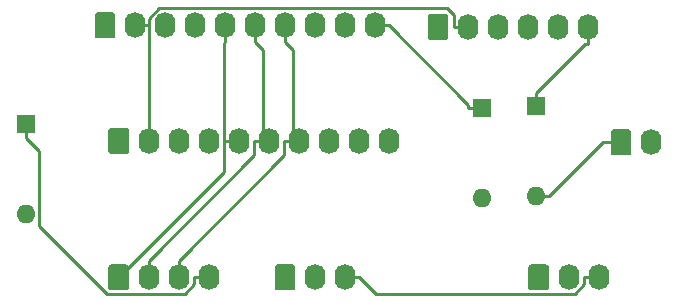
<source format=gbr>
G04 #@! TF.GenerationSoftware,KiCad,Pcbnew,(5.1.5-0-10_14)*
G04 #@! TF.CreationDate,2021-04-18T15:00:39+10:00*
G04 #@! TF.ProjectId,OH - Right Console - 6 - KY-58 Control,4f48202d-2052-4696-9768-7420436f6e73,rev?*
G04 #@! TF.SameCoordinates,Original*
G04 #@! TF.FileFunction,Copper,L2,Bot*
G04 #@! TF.FilePolarity,Positive*
%FSLAX46Y46*%
G04 Gerber Fmt 4.6, Leading zero omitted, Abs format (unit mm)*
G04 Created by KiCad (PCBNEW (5.1.5-0-10_14)) date 2021-04-18 15:00:39*
%MOMM*%
%LPD*%
G04 APERTURE LIST*
%ADD10O,1.740000X2.200000*%
%ADD11C,0.100000*%
%ADD12O,1.600000X1.600000*%
%ADD13R,1.600000X1.600000*%
%ADD14C,0.250000*%
G04 APERTURE END LIST*
D10*
X119253000Y-99060000D03*
X116713000Y-99060000D03*
X114173000Y-99060000D03*
X111633000Y-99060000D03*
X109093000Y-99060000D03*
X106553000Y-99060000D03*
X104013000Y-99060000D03*
X101473000Y-99060000D03*
X98933000Y-99060000D03*
G04 #@! TA.AperFunction,ComponentPad*
D11*
G36*
X97037505Y-97961204D02*
G01*
X97061773Y-97964804D01*
X97085572Y-97970765D01*
X97108671Y-97979030D01*
X97130850Y-97989520D01*
X97151893Y-98002132D01*
X97171599Y-98016747D01*
X97189777Y-98033223D01*
X97206253Y-98051401D01*
X97220868Y-98071107D01*
X97233480Y-98092150D01*
X97243970Y-98114329D01*
X97252235Y-98137428D01*
X97258196Y-98161227D01*
X97261796Y-98185495D01*
X97263000Y-98209999D01*
X97263000Y-99910001D01*
X97261796Y-99934505D01*
X97258196Y-99958773D01*
X97252235Y-99982572D01*
X97243970Y-100005671D01*
X97233480Y-100027850D01*
X97220868Y-100048893D01*
X97206253Y-100068599D01*
X97189777Y-100086777D01*
X97171599Y-100103253D01*
X97151893Y-100117868D01*
X97130850Y-100130480D01*
X97108671Y-100140970D01*
X97085572Y-100149235D01*
X97061773Y-100155196D01*
X97037505Y-100158796D01*
X97013001Y-100160000D01*
X95772999Y-100160000D01*
X95748495Y-100158796D01*
X95724227Y-100155196D01*
X95700428Y-100149235D01*
X95677329Y-100140970D01*
X95655150Y-100130480D01*
X95634107Y-100117868D01*
X95614401Y-100103253D01*
X95596223Y-100086777D01*
X95579747Y-100068599D01*
X95565132Y-100048893D01*
X95552520Y-100027850D01*
X95542030Y-100005671D01*
X95533765Y-99982572D01*
X95527804Y-99958773D01*
X95524204Y-99934505D01*
X95523000Y-99910001D01*
X95523000Y-98209999D01*
X95524204Y-98185495D01*
X95527804Y-98161227D01*
X95533765Y-98137428D01*
X95542030Y-98114329D01*
X95552520Y-98092150D01*
X95565132Y-98071107D01*
X95579747Y-98051401D01*
X95596223Y-98033223D01*
X95614401Y-98016747D01*
X95634107Y-98002132D01*
X95655150Y-97989520D01*
X95677329Y-97979030D01*
X95700428Y-97970765D01*
X95724227Y-97964804D01*
X95748495Y-97961204D01*
X95772999Y-97960000D01*
X97013001Y-97960000D01*
X97037505Y-97961204D01*
G37*
G04 #@! TD.AperFunction*
D10*
X105156000Y-120396000D03*
X102616000Y-120396000D03*
X100076000Y-120396000D03*
G04 #@! TA.AperFunction,ComponentPad*
D11*
G36*
X98180505Y-119297204D02*
G01*
X98204773Y-119300804D01*
X98228572Y-119306765D01*
X98251671Y-119315030D01*
X98273850Y-119325520D01*
X98294893Y-119338132D01*
X98314599Y-119352747D01*
X98332777Y-119369223D01*
X98349253Y-119387401D01*
X98363868Y-119407107D01*
X98376480Y-119428150D01*
X98386970Y-119450329D01*
X98395235Y-119473428D01*
X98401196Y-119497227D01*
X98404796Y-119521495D01*
X98406000Y-119545999D01*
X98406000Y-121246001D01*
X98404796Y-121270505D01*
X98401196Y-121294773D01*
X98395235Y-121318572D01*
X98386970Y-121341671D01*
X98376480Y-121363850D01*
X98363868Y-121384893D01*
X98349253Y-121404599D01*
X98332777Y-121422777D01*
X98314599Y-121439253D01*
X98294893Y-121453868D01*
X98273850Y-121466480D01*
X98251671Y-121476970D01*
X98228572Y-121485235D01*
X98204773Y-121491196D01*
X98180505Y-121494796D01*
X98156001Y-121496000D01*
X96915999Y-121496000D01*
X96891495Y-121494796D01*
X96867227Y-121491196D01*
X96843428Y-121485235D01*
X96820329Y-121476970D01*
X96798150Y-121466480D01*
X96777107Y-121453868D01*
X96757401Y-121439253D01*
X96739223Y-121422777D01*
X96722747Y-121404599D01*
X96708132Y-121384893D01*
X96695520Y-121363850D01*
X96685030Y-121341671D01*
X96676765Y-121318572D01*
X96670804Y-121294773D01*
X96667204Y-121270505D01*
X96666000Y-121246001D01*
X96666000Y-119545999D01*
X96667204Y-119521495D01*
X96670804Y-119497227D01*
X96676765Y-119473428D01*
X96685030Y-119450329D01*
X96695520Y-119428150D01*
X96708132Y-119407107D01*
X96722747Y-119387401D01*
X96739223Y-119369223D01*
X96757401Y-119352747D01*
X96777107Y-119338132D01*
X96798150Y-119325520D01*
X96820329Y-119315030D01*
X96843428Y-119306765D01*
X96867227Y-119300804D01*
X96891495Y-119297204D01*
X96915999Y-119296000D01*
X98156001Y-119296000D01*
X98180505Y-119297204D01*
G37*
G04 #@! TD.AperFunction*
D10*
X137287000Y-99187000D03*
X134747000Y-99187000D03*
X132207000Y-99187000D03*
X129667000Y-99187000D03*
X127127000Y-99187000D03*
G04 #@! TA.AperFunction,ComponentPad*
D11*
G36*
X125231505Y-98088204D02*
G01*
X125255773Y-98091804D01*
X125279572Y-98097765D01*
X125302671Y-98106030D01*
X125324850Y-98116520D01*
X125345893Y-98129132D01*
X125365599Y-98143747D01*
X125383777Y-98160223D01*
X125400253Y-98178401D01*
X125414868Y-98198107D01*
X125427480Y-98219150D01*
X125437970Y-98241329D01*
X125446235Y-98264428D01*
X125452196Y-98288227D01*
X125455796Y-98312495D01*
X125457000Y-98336999D01*
X125457000Y-100037001D01*
X125455796Y-100061505D01*
X125452196Y-100085773D01*
X125446235Y-100109572D01*
X125437970Y-100132671D01*
X125427480Y-100154850D01*
X125414868Y-100175893D01*
X125400253Y-100195599D01*
X125383777Y-100213777D01*
X125365599Y-100230253D01*
X125345893Y-100244868D01*
X125324850Y-100257480D01*
X125302671Y-100267970D01*
X125279572Y-100276235D01*
X125255773Y-100282196D01*
X125231505Y-100285796D01*
X125207001Y-100287000D01*
X123966999Y-100287000D01*
X123942495Y-100285796D01*
X123918227Y-100282196D01*
X123894428Y-100276235D01*
X123871329Y-100267970D01*
X123849150Y-100257480D01*
X123828107Y-100244868D01*
X123808401Y-100230253D01*
X123790223Y-100213777D01*
X123773747Y-100195599D01*
X123759132Y-100175893D01*
X123746520Y-100154850D01*
X123736030Y-100132671D01*
X123727765Y-100109572D01*
X123721804Y-100085773D01*
X123718204Y-100061505D01*
X123717000Y-100037001D01*
X123717000Y-98336999D01*
X123718204Y-98312495D01*
X123721804Y-98288227D01*
X123727765Y-98264428D01*
X123736030Y-98241329D01*
X123746520Y-98219150D01*
X123759132Y-98198107D01*
X123773747Y-98178401D01*
X123790223Y-98160223D01*
X123808401Y-98143747D01*
X123828107Y-98129132D01*
X123849150Y-98116520D01*
X123871329Y-98106030D01*
X123894428Y-98097765D01*
X123918227Y-98091804D01*
X123942495Y-98088204D01*
X123966999Y-98087000D01*
X125207001Y-98087000D01*
X125231505Y-98088204D01*
G37*
G04 #@! TD.AperFunction*
D10*
X138176000Y-120396000D03*
X135636000Y-120396000D03*
G04 #@! TA.AperFunction,ComponentPad*
D11*
G36*
X133740505Y-119297204D02*
G01*
X133764773Y-119300804D01*
X133788572Y-119306765D01*
X133811671Y-119315030D01*
X133833850Y-119325520D01*
X133854893Y-119338132D01*
X133874599Y-119352747D01*
X133892777Y-119369223D01*
X133909253Y-119387401D01*
X133923868Y-119407107D01*
X133936480Y-119428150D01*
X133946970Y-119450329D01*
X133955235Y-119473428D01*
X133961196Y-119497227D01*
X133964796Y-119521495D01*
X133966000Y-119545999D01*
X133966000Y-121246001D01*
X133964796Y-121270505D01*
X133961196Y-121294773D01*
X133955235Y-121318572D01*
X133946970Y-121341671D01*
X133936480Y-121363850D01*
X133923868Y-121384893D01*
X133909253Y-121404599D01*
X133892777Y-121422777D01*
X133874599Y-121439253D01*
X133854893Y-121453868D01*
X133833850Y-121466480D01*
X133811671Y-121476970D01*
X133788572Y-121485235D01*
X133764773Y-121491196D01*
X133740505Y-121494796D01*
X133716001Y-121496000D01*
X132475999Y-121496000D01*
X132451495Y-121494796D01*
X132427227Y-121491196D01*
X132403428Y-121485235D01*
X132380329Y-121476970D01*
X132358150Y-121466480D01*
X132337107Y-121453868D01*
X132317401Y-121439253D01*
X132299223Y-121422777D01*
X132282747Y-121404599D01*
X132268132Y-121384893D01*
X132255520Y-121363850D01*
X132245030Y-121341671D01*
X132236765Y-121318572D01*
X132230804Y-121294773D01*
X132227204Y-121270505D01*
X132226000Y-121246001D01*
X132226000Y-119545999D01*
X132227204Y-119521495D01*
X132230804Y-119497227D01*
X132236765Y-119473428D01*
X132245030Y-119450329D01*
X132255520Y-119428150D01*
X132268132Y-119407107D01*
X132282747Y-119387401D01*
X132299223Y-119369223D01*
X132317401Y-119352747D01*
X132337107Y-119338132D01*
X132358150Y-119325520D01*
X132380329Y-119315030D01*
X132403428Y-119306765D01*
X132427227Y-119300804D01*
X132451495Y-119297204D01*
X132475999Y-119296000D01*
X133716001Y-119296000D01*
X133740505Y-119297204D01*
G37*
G04 #@! TD.AperFunction*
D10*
X120396000Y-108839000D03*
X117856000Y-108839000D03*
X115316000Y-108839000D03*
X112776000Y-108839000D03*
X110236000Y-108839000D03*
X107696000Y-108839000D03*
X105156000Y-108839000D03*
X102616000Y-108839000D03*
X100076000Y-108839000D03*
G04 #@! TA.AperFunction,ComponentPad*
D11*
G36*
X98180505Y-107740204D02*
G01*
X98204773Y-107743804D01*
X98228572Y-107749765D01*
X98251671Y-107758030D01*
X98273850Y-107768520D01*
X98294893Y-107781132D01*
X98314599Y-107795747D01*
X98332777Y-107812223D01*
X98349253Y-107830401D01*
X98363868Y-107850107D01*
X98376480Y-107871150D01*
X98386970Y-107893329D01*
X98395235Y-107916428D01*
X98401196Y-107940227D01*
X98404796Y-107964495D01*
X98406000Y-107988999D01*
X98406000Y-109689001D01*
X98404796Y-109713505D01*
X98401196Y-109737773D01*
X98395235Y-109761572D01*
X98386970Y-109784671D01*
X98376480Y-109806850D01*
X98363868Y-109827893D01*
X98349253Y-109847599D01*
X98332777Y-109865777D01*
X98314599Y-109882253D01*
X98294893Y-109896868D01*
X98273850Y-109909480D01*
X98251671Y-109919970D01*
X98228572Y-109928235D01*
X98204773Y-109934196D01*
X98180505Y-109937796D01*
X98156001Y-109939000D01*
X96915999Y-109939000D01*
X96891495Y-109937796D01*
X96867227Y-109934196D01*
X96843428Y-109928235D01*
X96820329Y-109919970D01*
X96798150Y-109909480D01*
X96777107Y-109896868D01*
X96757401Y-109882253D01*
X96739223Y-109865777D01*
X96722747Y-109847599D01*
X96708132Y-109827893D01*
X96695520Y-109806850D01*
X96685030Y-109784671D01*
X96676765Y-109761572D01*
X96670804Y-109737773D01*
X96667204Y-109713505D01*
X96666000Y-109689001D01*
X96666000Y-107988999D01*
X96667204Y-107964495D01*
X96670804Y-107940227D01*
X96676765Y-107916428D01*
X96685030Y-107893329D01*
X96695520Y-107871150D01*
X96708132Y-107850107D01*
X96722747Y-107830401D01*
X96739223Y-107812223D01*
X96757401Y-107795747D01*
X96777107Y-107781132D01*
X96798150Y-107768520D01*
X96820329Y-107758030D01*
X96843428Y-107749765D01*
X96867227Y-107743804D01*
X96891495Y-107740204D01*
X96915999Y-107739000D01*
X98156001Y-107739000D01*
X98180505Y-107740204D01*
G37*
G04 #@! TD.AperFunction*
D10*
X116713000Y-120396000D03*
X114173000Y-120396000D03*
G04 #@! TA.AperFunction,ComponentPad*
D11*
G36*
X112277505Y-119297204D02*
G01*
X112301773Y-119300804D01*
X112325572Y-119306765D01*
X112348671Y-119315030D01*
X112370850Y-119325520D01*
X112391893Y-119338132D01*
X112411599Y-119352747D01*
X112429777Y-119369223D01*
X112446253Y-119387401D01*
X112460868Y-119407107D01*
X112473480Y-119428150D01*
X112483970Y-119450329D01*
X112492235Y-119473428D01*
X112498196Y-119497227D01*
X112501796Y-119521495D01*
X112503000Y-119545999D01*
X112503000Y-121246001D01*
X112501796Y-121270505D01*
X112498196Y-121294773D01*
X112492235Y-121318572D01*
X112483970Y-121341671D01*
X112473480Y-121363850D01*
X112460868Y-121384893D01*
X112446253Y-121404599D01*
X112429777Y-121422777D01*
X112411599Y-121439253D01*
X112391893Y-121453868D01*
X112370850Y-121466480D01*
X112348671Y-121476970D01*
X112325572Y-121485235D01*
X112301773Y-121491196D01*
X112277505Y-121494796D01*
X112253001Y-121496000D01*
X111012999Y-121496000D01*
X110988495Y-121494796D01*
X110964227Y-121491196D01*
X110940428Y-121485235D01*
X110917329Y-121476970D01*
X110895150Y-121466480D01*
X110874107Y-121453868D01*
X110854401Y-121439253D01*
X110836223Y-121422777D01*
X110819747Y-121404599D01*
X110805132Y-121384893D01*
X110792520Y-121363850D01*
X110782030Y-121341671D01*
X110773765Y-121318572D01*
X110767804Y-121294773D01*
X110764204Y-121270505D01*
X110763000Y-121246001D01*
X110763000Y-119545999D01*
X110764204Y-119521495D01*
X110767804Y-119497227D01*
X110773765Y-119473428D01*
X110782030Y-119450329D01*
X110792520Y-119428150D01*
X110805132Y-119407107D01*
X110819747Y-119387401D01*
X110836223Y-119369223D01*
X110854401Y-119352747D01*
X110874107Y-119338132D01*
X110895150Y-119325520D01*
X110917329Y-119315030D01*
X110940428Y-119306765D01*
X110964227Y-119300804D01*
X110988495Y-119297204D01*
X111012999Y-119296000D01*
X112253001Y-119296000D01*
X112277505Y-119297204D01*
G37*
G04 #@! TD.AperFunction*
D10*
X142621000Y-108966000D03*
G04 #@! TA.AperFunction,ComponentPad*
D11*
G36*
X140725505Y-107867204D02*
G01*
X140749773Y-107870804D01*
X140773572Y-107876765D01*
X140796671Y-107885030D01*
X140818850Y-107895520D01*
X140839893Y-107908132D01*
X140859599Y-107922747D01*
X140877777Y-107939223D01*
X140894253Y-107957401D01*
X140908868Y-107977107D01*
X140921480Y-107998150D01*
X140931970Y-108020329D01*
X140940235Y-108043428D01*
X140946196Y-108067227D01*
X140949796Y-108091495D01*
X140951000Y-108115999D01*
X140951000Y-109816001D01*
X140949796Y-109840505D01*
X140946196Y-109864773D01*
X140940235Y-109888572D01*
X140931970Y-109911671D01*
X140921480Y-109933850D01*
X140908868Y-109954893D01*
X140894253Y-109974599D01*
X140877777Y-109992777D01*
X140859599Y-110009253D01*
X140839893Y-110023868D01*
X140818850Y-110036480D01*
X140796671Y-110046970D01*
X140773572Y-110055235D01*
X140749773Y-110061196D01*
X140725505Y-110064796D01*
X140701001Y-110066000D01*
X139460999Y-110066000D01*
X139436495Y-110064796D01*
X139412227Y-110061196D01*
X139388428Y-110055235D01*
X139365329Y-110046970D01*
X139343150Y-110036480D01*
X139322107Y-110023868D01*
X139302401Y-110009253D01*
X139284223Y-109992777D01*
X139267747Y-109974599D01*
X139253132Y-109954893D01*
X139240520Y-109933850D01*
X139230030Y-109911671D01*
X139221765Y-109888572D01*
X139215804Y-109864773D01*
X139212204Y-109840505D01*
X139211000Y-109816001D01*
X139211000Y-108115999D01*
X139212204Y-108091495D01*
X139215804Y-108067227D01*
X139221765Y-108043428D01*
X139230030Y-108020329D01*
X139240520Y-107998150D01*
X139253132Y-107977107D01*
X139267747Y-107957401D01*
X139284223Y-107939223D01*
X139302401Y-107922747D01*
X139322107Y-107908132D01*
X139343150Y-107895520D01*
X139365329Y-107885030D01*
X139388428Y-107876765D01*
X139412227Y-107870804D01*
X139436495Y-107867204D01*
X139460999Y-107866000D01*
X140701001Y-107866000D01*
X140725505Y-107867204D01*
G37*
G04 #@! TD.AperFunction*
D12*
X128270000Y-113665000D03*
D13*
X128270000Y-106045000D03*
D12*
X89662000Y-115062000D03*
D13*
X89662000Y-107442000D03*
D12*
X132842000Y-113538000D03*
D13*
X132842000Y-105918000D03*
D14*
X132842000Y-113538000D02*
X133967300Y-113538000D01*
X133967300Y-113538000D02*
X138539300Y-108966000D01*
X138539300Y-108966000D02*
X140081000Y-108966000D01*
X137287000Y-99187000D02*
X137287000Y-100612300D01*
X132842000Y-105918000D02*
X132842000Y-104792700D01*
X132842000Y-104792700D02*
X137022400Y-100612300D01*
X137022400Y-100612300D02*
X137287000Y-100612300D01*
X105156000Y-120396000D02*
X103960700Y-120396000D01*
X89662000Y-107442000D02*
X89662000Y-108567300D01*
X89662000Y-108567300D02*
X90787300Y-109692600D01*
X90787300Y-109692600D02*
X90787300Y-116020200D01*
X90787300Y-116020200D02*
X96589600Y-121822500D01*
X96589600Y-121822500D02*
X103131800Y-121822500D01*
X103131800Y-121822500D02*
X103960700Y-120993600D01*
X103960700Y-120993600D02*
X103960700Y-120396000D01*
X128270000Y-106045000D02*
X127144700Y-106045000D01*
X119253000Y-99060000D02*
X120448300Y-99060000D01*
X127144700Y-106045000D02*
X127144700Y-105756400D01*
X127144700Y-105756400D02*
X120448300Y-99060000D01*
X138176000Y-120396000D02*
X136980700Y-120396000D01*
X116713000Y-120396000D02*
X117908300Y-120396000D01*
X117908300Y-120396000D02*
X119337400Y-121825100D01*
X119337400Y-121825100D02*
X136149200Y-121825100D01*
X136149200Y-121825100D02*
X136980700Y-120993600D01*
X136980700Y-120993600D02*
X136980700Y-120396000D01*
X111633000Y-99060000D02*
X111633000Y-100485300D01*
X112307000Y-108839000D02*
X112307000Y-101159300D01*
X112307000Y-101159300D02*
X111633000Y-100485300D01*
X112307000Y-108839000D02*
X111580700Y-108839000D01*
X112776000Y-108839000D02*
X112307000Y-108839000D01*
X102616000Y-120396000D02*
X102616000Y-118970700D01*
X102616000Y-118970700D02*
X111580700Y-110006000D01*
X111580700Y-110006000D02*
X111580700Y-108839000D01*
X109093000Y-99060000D02*
X109093000Y-100485300D01*
X109767000Y-108839000D02*
X109767000Y-101159300D01*
X109767000Y-101159300D02*
X109093000Y-100485300D01*
X109767000Y-108839000D02*
X109040700Y-108839000D01*
X110236000Y-108839000D02*
X109767000Y-108839000D01*
X100076000Y-120396000D02*
X100076000Y-118970700D01*
X100076000Y-118970700D02*
X109040700Y-110006000D01*
X109040700Y-110006000D02*
X109040700Y-108839000D01*
X97536000Y-120396000D02*
X106500700Y-111431300D01*
X106500700Y-111431300D02*
X106500700Y-108839000D01*
X106553000Y-99060000D02*
X106553000Y-100485300D01*
X107696000Y-108839000D02*
X106500700Y-108839000D01*
X106500700Y-108839000D02*
X106500700Y-100537600D01*
X106500700Y-100537600D02*
X106553000Y-100485300D01*
X127127000Y-99187000D02*
X125931700Y-99187000D01*
X125931700Y-99187000D02*
X125931700Y-98215800D01*
X125931700Y-98215800D02*
X125332400Y-97616500D01*
X125332400Y-97616500D02*
X100979600Y-97616500D01*
X100979600Y-97616500D02*
X100076000Y-98520100D01*
X100076000Y-98520100D02*
X100076000Y-99060000D01*
X98933000Y-99060000D02*
X100076000Y-99060000D01*
X100076000Y-108839000D02*
X100076000Y-99060000D01*
M02*

</source>
